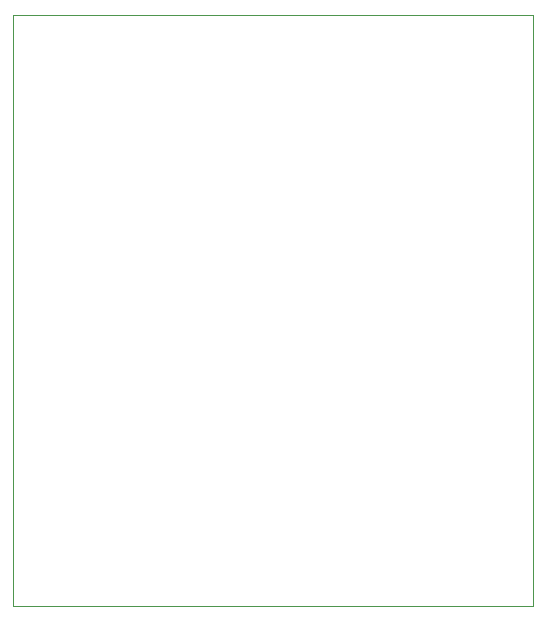
<source format=gbr>
%TF.GenerationSoftware,KiCad,Pcbnew,(5.1.7)-1*%
%TF.CreationDate,2020-12-07T14:23:08+09:00*%
%TF.ProjectId,CurrentMeasure,43757272-656e-4744-9d65-61737572652e,rev?*%
%TF.SameCoordinates,Original*%
%TF.FileFunction,Profile,NP*%
%FSLAX46Y46*%
G04 Gerber Fmt 4.6, Leading zero omitted, Abs format (unit mm)*
G04 Created by KiCad (PCBNEW (5.1.7)-1) date 2020-12-07 14:23:08*
%MOMM*%
%LPD*%
G01*
G04 APERTURE LIST*
%TA.AperFunction,Profile*%
%ADD10C,0.050000*%
%TD*%
G04 APERTURE END LIST*
D10*
X539250000Y-90000000D02*
X539250000Y-40000000D01*
X583250000Y-90000000D02*
X539250000Y-90000000D01*
X583250000Y-40000000D02*
X583250000Y-90000000D01*
X539250000Y-40000000D02*
X583250000Y-40000000D01*
M02*

</source>
